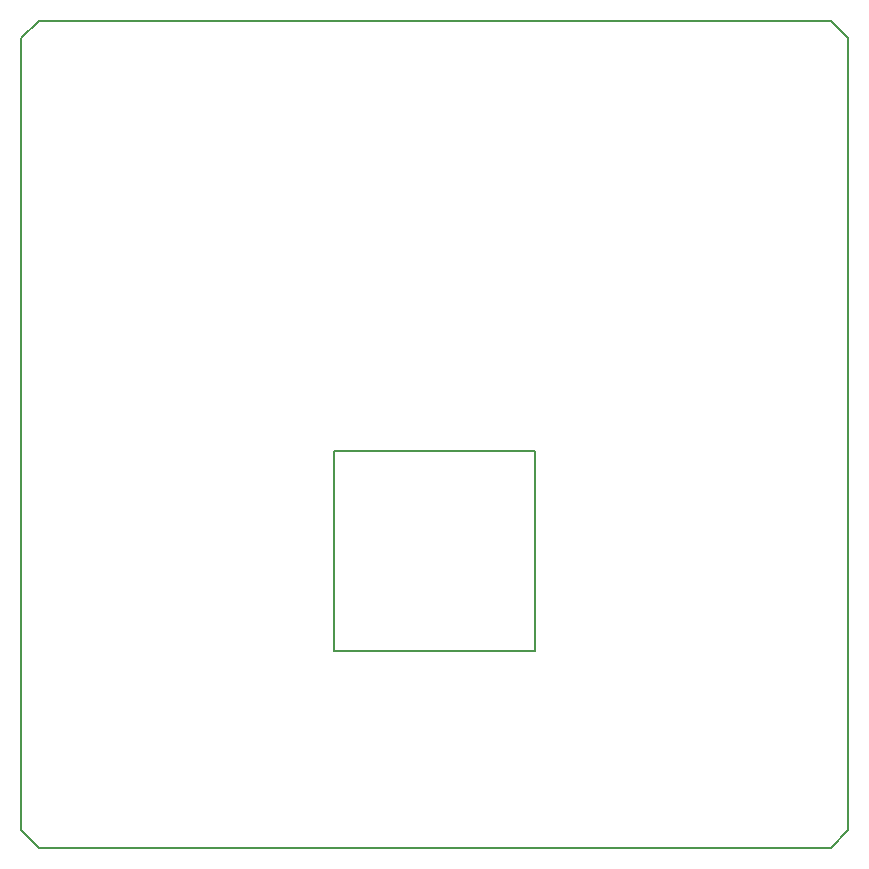
<source format=gbr>
G04 DesignSpark PCB PRO Gerber Version 10.0 Build 5299*
G04 #@! TF.Part,Single*
%FSLAX35Y35*%
%MOIN*%
%ADD17C,0.00500*%
G04 #@! TD.AperFunction*
X0Y0D02*
D02*
D17*
X4331Y6299D02*
Y270079D01*
X10236Y275984D01*
X274016D01*
X279921Y270079D01*
Y6299D01*
X274016Y394D01*
X10236D01*
X4331Y6299D01*
X108661Y132677D02*
X175591D01*
Y65748D01*
X108661D01*
Y132677D01*
X0Y0D02*
M02*

</source>
